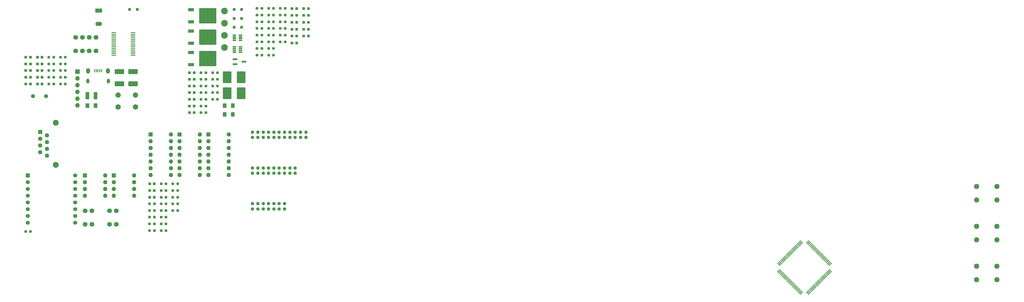
<source format=gbr>
%TF.GenerationSoftware,KiCad,Pcbnew,7.0.1*%
%TF.CreationDate,2023-09-18T22:16:33+09:00*%
%TF.ProjectId,LaunchController,4c61756e-6368-4436-9f6e-74726f6c6c65,rev?*%
%TF.SameCoordinates,Original*%
%TF.FileFunction,Copper,L1,Top*%
%TF.FilePolarity,Positive*%
%FSLAX46Y46*%
G04 Gerber Fmt 4.6, Leading zero omitted, Abs format (unit mm)*
G04 Created by KiCad (PCBNEW 7.0.1) date 2023-09-18 22:16:33*
%MOMM*%
%LPD*%
G01*
G04 APERTURE LIST*
G04 Aperture macros list*
%AMRoundRect*
0 Rectangle with rounded corners*
0 $1 Rounding radius*
0 $2 $3 $4 $5 $6 $7 $8 $9 X,Y pos of 4 corners*
0 Add a 4 corners polygon primitive as box body*
4,1,4,$2,$3,$4,$5,$6,$7,$8,$9,$2,$3,0*
0 Add four circle primitives for the rounded corners*
1,1,$1+$1,$2,$3*
1,1,$1+$1,$4,$5*
1,1,$1+$1,$6,$7*
1,1,$1+$1,$8,$9*
0 Add four rect primitives between the rounded corners*
20,1,$1+$1,$2,$3,$4,$5,0*
20,1,$1+$1,$4,$5,$6,$7,0*
20,1,$1+$1,$6,$7,$8,$9,0*
20,1,$1+$1,$8,$9,$2,$3,0*%
G04 Aperture macros list end*
%TA.AperFunction,SMDPad,CuDef*%
%ADD10RoundRect,0.237500X-0.300000X-0.237500X0.300000X-0.237500X0.300000X0.237500X-0.300000X0.237500X0*%
%TD*%
%TA.AperFunction,SMDPad,CuDef*%
%ADD11RoundRect,0.237500X-0.250000X-0.237500X0.250000X-0.237500X0.250000X0.237500X-0.250000X0.237500X0*%
%TD*%
%TA.AperFunction,ComponentPad*%
%ADD12C,2.500000*%
%TD*%
%TA.AperFunction,SMDPad,CuDef*%
%ADD13R,1.800000X0.800000*%
%TD*%
%TA.AperFunction,SMDPad,CuDef*%
%ADD14RoundRect,0.250000X-0.300000X-0.300000X0.300000X-0.300000X0.300000X0.300000X-0.300000X0.300000X0*%
%TD*%
%TA.AperFunction,ComponentPad*%
%ADD15R,1.600000X1.600000*%
%TD*%
%TA.AperFunction,ComponentPad*%
%ADD16O,1.600000X1.600000*%
%TD*%
%TA.AperFunction,ComponentPad*%
%ADD17C,1.800000*%
%TD*%
%TA.AperFunction,SMDPad,CuDef*%
%ADD18RoundRect,0.250001X-0.462499X-1.074999X0.462499X-1.074999X0.462499X1.074999X-0.462499X1.074999X0*%
%TD*%
%TA.AperFunction,SMDPad,CuDef*%
%ADD19RoundRect,0.237500X-0.287500X-0.237500X0.287500X-0.237500X0.287500X0.237500X-0.287500X0.237500X0*%
%TD*%
%TA.AperFunction,ComponentPad*%
%ADD20C,1.950000*%
%TD*%
%TA.AperFunction,ComponentPad*%
%ADD21C,1.500000*%
%TD*%
%TA.AperFunction,ComponentPad*%
%ADD22R,2.500000X1.500000*%
%TD*%
%TA.AperFunction,ComponentPad*%
%ADD23O,2.500000X1.500000*%
%TD*%
%TA.AperFunction,ComponentPad*%
%ADD24C,1.300000*%
%TD*%
%TA.AperFunction,SMDPad,CuDef*%
%ADD25RoundRect,0.250000X-1.500000X-0.650000X1.500000X-0.650000X1.500000X0.650000X-1.500000X0.650000X0*%
%TD*%
%TA.AperFunction,SMDPad,CuDef*%
%ADD26RoundRect,0.250000X-0.400000X-0.625000X0.400000X-0.625000X0.400000X0.625000X-0.400000X0.625000X0*%
%TD*%
%TA.AperFunction,SMDPad,CuDef*%
%ADD27RoundRect,0.125000X-0.537500X-0.125000X0.537500X-0.125000X0.537500X0.125000X-0.537500X0.125000X0*%
%TD*%
%TA.AperFunction,SMDPad,CuDef*%
%ADD28RoundRect,0.250000X-0.850000X-0.350000X0.850000X-0.350000X0.850000X0.350000X-0.850000X0.350000X0*%
%TD*%
%TA.AperFunction,SMDPad,CuDef*%
%ADD29RoundRect,0.250000X-1.275000X-1.125000X1.275000X-1.125000X1.275000X1.125000X-1.275000X1.125000X0*%
%TD*%
%TA.AperFunction,SMDPad,CuDef*%
%ADD30RoundRect,0.249997X-2.950003X-2.650003X2.950003X-2.650003X2.950003X2.650003X-2.950003X2.650003X0*%
%TD*%
%TA.AperFunction,SMDPad,CuDef*%
%ADD31RoundRect,0.250000X-1.350000X-1.975000X1.350000X-1.975000X1.350000X1.975000X-1.350000X1.975000X0*%
%TD*%
%TA.AperFunction,SMDPad,CuDef*%
%ADD32RoundRect,0.075000X0.415425X0.521491X-0.521491X-0.415425X-0.415425X-0.521491X0.521491X0.415425X0*%
%TD*%
%TA.AperFunction,SMDPad,CuDef*%
%ADD33RoundRect,0.075000X-0.415425X0.521491X-0.521491X0.415425X0.415425X-0.521491X0.521491X-0.415425X0*%
%TD*%
%TA.AperFunction,ComponentPad*%
%ADD34RoundRect,0.248000X0.552000X-0.552000X0.552000X0.552000X-0.552000X0.552000X-0.552000X-0.552000X0*%
%TD*%
%TA.AperFunction,ComponentPad*%
%ADD35C,1.600000*%
%TD*%
%TA.AperFunction,ComponentPad*%
%ADD36C,2.200000*%
%TD*%
%TA.AperFunction,SMDPad,CuDef*%
%ADD37R,0.450000X1.300000*%
%TD*%
%TA.AperFunction,ComponentPad*%
%ADD38O,1.150000X1.800000*%
%TD*%
%TA.AperFunction,ComponentPad*%
%ADD39O,1.450000X2.000000*%
%TD*%
%TA.AperFunction,SMDPad,CuDef*%
%ADD40RoundRect,0.250001X-0.462499X-0.624999X0.462499X-0.624999X0.462499X0.624999X-0.462499X0.624999X0*%
%TD*%
%TA.AperFunction,ComponentPad*%
%ADD41R,1.530000X1.530000*%
%TD*%
%TA.AperFunction,ComponentPad*%
%ADD42C,1.530000*%
%TD*%
%TA.AperFunction,SMDPad,CuDef*%
%ADD43R,1.750000X0.450000*%
%TD*%
%TA.AperFunction,ComponentPad*%
%ADD44C,2.000000*%
%TD*%
%TA.AperFunction,ComponentPad*%
%ADD45R,1.700000X1.700000*%
%TD*%
%TA.AperFunction,ComponentPad*%
%ADD46O,1.700000X1.700000*%
%TD*%
G04 APERTURE END LIST*
D10*
%TO.P,C9,1*%
%TO.N,GND*%
X-212652500Y24050000D03*
%TO.P,C9,2*%
%TO.N,Net-(U2-XTAL1)*%
X-210927500Y24050000D03*
%TD*%
D11*
%TO.P,R7,1*%
%TO.N,LED_5V*%
X-204002500Y26560000D03*
%TO.P,R7,2*%
%TO.N,I2C_SDA*%
X-202177500Y26560000D03*
%TD*%
D12*
%TO.P,TP2,1,1*%
%TO.N,LED_12V*%
X-142500000Y41850000D03*
%TD*%
D13*
%TO.P,Q3,1,B*%
%TO.N,Net-(Q3-B)*%
X-138550000Y28350000D03*
%TO.P,Q3,2,E*%
%TO.N,GND*%
X-138550000Y26450000D03*
%TO.P,Q3,3,C*%
%TO.N,SW_RUN*%
X-135250000Y27400000D03*
%TD*%
D11*
%TO.P,R42,1*%
%TO.N,LED_CAUTION*%
X-125962500Y29850000D03*
%TO.P,R42,2*%
%TO.N,Net-(D16-A)*%
X-124137500Y29850000D03*
%TD*%
D10*
%TO.P,C10,1*%
%TO.N,GND*%
X-212652500Y21540000D03*
%TO.P,C10,2*%
%TO.N,Net-(U2-XTAL2)*%
X-210927500Y21540000D03*
%TD*%
D11*
%TO.P,R58,1*%
%TO.N,SW_IGNITOR*%
X-166262500Y-28570000D03*
%TO.P,R58,2*%
%TO.N,Net-(R58-Pad2)*%
X-164437500Y-28570000D03*
%TD*%
%TO.P,R36,1*%
%TO.N,LED_TASK*%
X-125962500Y44910000D03*
%TO.P,R36,2*%
%TO.N,Net-(D11-A)*%
X-124137500Y44910000D03*
%TD*%
D14*
%TO.P,D6,1,K*%
%TO.N,GND*%
X-138855000Y40300000D03*
%TO.P,D6,2,A*%
%TO.N,Net-(D6-A)*%
X-136055000Y40300000D03*
%TD*%
D15*
%TO.P,U8,1,RO*%
%TO.N,UART1_RX*%
X-183970000Y-15380000D03*
D16*
%TO.P,U8,2,~{RE}*%
%TO.N,CTL_RS485_DERE*%
X-183970000Y-17920000D03*
%TO.P,U8,3,DE*%
X-183970000Y-20460000D03*
%TO.P,U8,4,DI*%
%TO.N,UART1_TX*%
X-183970000Y-23000000D03*
%TO.P,U8,5,GND*%
%TO.N,GND*%
X-176350000Y-23000000D03*
%TO.P,U8,6,A*%
%TO.N,Net-(U8-A)*%
X-176350000Y-20460000D03*
%TO.P,U8,7,B*%
%TO.N,Net-(U8-B)*%
X-176350000Y-17920000D03*
%TO.P,U8,8,VCC*%
%TO.N,LED_5V*%
X-176350000Y-15380000D03*
%TD*%
D11*
%TO.P,R3,1*%
%TO.N,Net-(U1-USBD-)*%
X-208352500Y24050000D03*
%TO.P,R3,2*%
%TO.N,USB_D-*%
X-206527500Y24050000D03*
%TD*%
D12*
%TO.P,TP3,1,1*%
%TO.N,LED_5V*%
X-142500000Y37300000D03*
%TD*%
D17*
%TO.P,J12,1,Pin_1*%
%TO.N,Net-(J12-Pin_1)*%
X-183040000Y-28630000D03*
X-183040000Y-33710000D03*
%TO.P,J12,2,Pin_2*%
%TO.N,Net-(J12-Pin_2)*%
X-185580000Y-28630000D03*
X-185580000Y-33710000D03*
%TD*%
D18*
%TO.P,L1,1,1*%
%TO.N,Net-(U2-AVCC)*%
X-193877500Y14600000D03*
%TO.P,L1,2,2*%
%TO.N,LED_5V*%
X-190902500Y14600000D03*
%TD*%
D11*
%TO.P,R23,1*%
%TO.N,GND*%
X-146962500Y20760000D03*
%TO.P,R23,2*%
%TO.N,VREF_VSW*%
X-145137500Y20760000D03*
%TD*%
D19*
%TO.P,D11,1,K*%
%TO.N,GND*%
X-117180000Y37020000D03*
%TO.P,D11,2,A*%
%TO.N,Net-(D11-A)*%
X-115430000Y37020000D03*
%TD*%
D11*
%TO.P,R53,1*%
%TO.N,SW_SAFETY*%
X-170612500Y-36100000D03*
%TO.P,R53,2*%
%TO.N,Net-(R53-Pad2)*%
X-168787500Y-36100000D03*
%TD*%
%TO.P,R5,1*%
%TO.N,Net-(U2-XTAL1)*%
X-208352500Y19030000D03*
%TO.P,R5,2*%
%TO.N,Net-(U2-XTAL2)*%
X-206527500Y19030000D03*
%TD*%
%TO.P,R62,1*%
%TO.N,SW_CLOSE*%
X-161912500Y-18530000D03*
%TO.P,R62,2*%
%TO.N,Net-(R62-Pad2)*%
X-160087500Y-18530000D03*
%TD*%
D19*
%TO.P,D17,1,K*%
%TO.N,GND*%
X-112785000Y37020000D03*
%TO.P,D17,2,A*%
%TO.N,Net-(D17-A)*%
X-111035000Y37020000D03*
%TD*%
D11*
%TO.P,R28,1*%
%TO.N,LED_INPUT*%
X-130312500Y44910000D03*
%TO.P,R28,2*%
%TO.N,Net-(D7-A)*%
X-128487500Y44910000D03*
%TD*%
D20*
%TO.P,J5,1,Pin_1*%
%TO.N,GND*%
X139530000Y-39600000D03*
X147150000Y-39600000D03*
%TO.P,J5,2,Pin_2*%
%TO.N,TO_CONVERTER*%
X139530000Y-34520000D03*
X147150000Y-34520000D03*
%TD*%
D11*
%TO.P,TH1,1*%
%TO.N,LED_5V*%
X-146962500Y13230000D03*
%TO.P,TH1,2*%
%TO.N,VREF_THERMISTOR*%
X-145137500Y13230000D03*
%TD*%
D10*
%TO.P,C12,1*%
%TO.N,LED_INPUT*%
X-155612500Y23270000D03*
%TO.P,C12,2*%
%TO.N,Net-(Q1-G)*%
X-153887500Y23270000D03*
%TD*%
D21*
%TO.P,Y1,1,1*%
%TO.N,Net-(U2-XTAL2)*%
X-214290000Y14450000D03*
%TO.P,Y1,2,2*%
%TO.N,Net-(U2-XTAL1)*%
X-209410000Y14450000D03*
%TD*%
D10*
%TO.P,C3,1*%
%TO.N,LED_5V*%
X-217002500Y24050000D03*
%TO.P,C3,2*%
%TO.N,GND*%
X-215277500Y24050000D03*
%TD*%
D11*
%TO.P,R45,1*%
%TO.N,CONN_LED_USB_TX*%
X-121612500Y42400000D03*
%TO.P,R45,2*%
%TO.N,LED_USB_TX*%
X-119787500Y42400000D03*
%TD*%
D19*
%TO.P,D7,1,K*%
%TO.N,GND*%
X-117180000Y47380000D03*
%TO.P,D7,2,A*%
%TO.N,Net-(D7-A)*%
X-115430000Y47380000D03*
%TD*%
D22*
%TO.P,C4,1*%
%TO.N,LED_5V*%
X-189690000Y46615000D03*
D23*
%TO.P,C4,2*%
%TO.N,GND*%
X-189690000Y41615000D03*
%TD*%
D11*
%TO.P,R33,1*%
%TO.N,LED_COM*%
X-130312500Y32360000D03*
%TO.P,R33,2*%
%TO.N,CONN_LED_COM*%
X-128487500Y32360000D03*
%TD*%
%TO.P,R19,1*%
%TO.N,VREF_VSW*%
X-151312500Y13230000D03*
%TO.P,R19,2*%
%TO.N,+VSW*%
X-149487500Y13230000D03*
%TD*%
D19*
%TO.P,D8,1,K*%
%TO.N,GND*%
X-117180000Y44790000D03*
%TO.P,D8,2,A*%
%TO.N,Net-(D8-A)*%
X-115430000Y44790000D03*
%TD*%
D17*
%TO.P,J10,1,Pin_1*%
%TO.N,GND*%
X-192230000Y-28630000D03*
X-192230000Y-33710000D03*
%TO.P,J10,2,Pin_2*%
%TO.N,Net-(J10-Pin_2)*%
X-194770000Y-28630000D03*
X-194770000Y-33710000D03*
%TD*%
D11*
%TO.P,R40,1*%
%TO.N,LED_RS485_RX*%
X-125962500Y34870000D03*
%TO.P,R40,2*%
%TO.N,Net-(D15-A)*%
X-124137500Y34870000D03*
%TD*%
%TO.P,R9,1*%
%TO.N,Net-(U2-PE0)*%
X-204002500Y21540000D03*
%TO.P,R9,2*%
%TO.N,UART0_RX*%
X-202177500Y21540000D03*
%TD*%
%TO.P,R1,1*%
%TO.N,LED_5V*%
X-208352500Y29070000D03*
%TO.P,R1,2*%
%TO.N,SW_RESET*%
X-206527500Y29070000D03*
%TD*%
%TO.P,R49,1*%
%TO.N,SW_RUN*%
X-170612500Y-26060000D03*
%TO.P,R49,2*%
%TO.N,Net-(R49-Pad2)*%
X-168787500Y-26060000D03*
%TD*%
%TO.P,R10,1*%
%TO.N,UART0_TX*%
X-204002500Y19030000D03*
%TO.P,R10,2*%
%TO.N,Net-(U2-PE1)*%
X-202177500Y19030000D03*
%TD*%
%TO.P,R32,1*%
%TO.N,LED_5V*%
X-130312500Y34870000D03*
%TO.P,R32,2*%
%TO.N,Net-(D9-A)*%
X-128487500Y34870000D03*
%TD*%
%TO.P,R39,1*%
%TO.N,LED_RS485_RX*%
X-125962500Y37380000D03*
%TO.P,R39,2*%
%TO.N,CONN_LED_RS485_RX*%
X-124137500Y37380000D03*
%TD*%
D24*
%TO.P,J8,1,Pin_1*%
%TO.N,GND*%
X-132000000Y900000D03*
%TO.P,J8,2,Pin_2*%
%TO.N,LED_FB_PURGE*%
X-132000000Y-1100000D03*
%TO.P,J8,3,Pin_3*%
%TO.N,LED_FB_CLOSE*%
X-130000000Y900000D03*
%TO.P,J8,4,Pin_4*%
%TO.N,LED_FB_OPEN*%
X-130000000Y-1100000D03*
%TO.P,J8,5,Pin_5*%
%TO.N,LED_FB_IGNITOR*%
X-128000000Y900000D03*
%TO.P,J8,6,Pin_6*%
%TO.N,LED_FB_O2*%
X-128000000Y-1100000D03*
%TO.P,J8,7,Pin_7*%
%TO.N,LED_FB_DUMP*%
X-126000000Y900000D03*
%TO.P,J8,8,Pin_8*%
%TO.N,LED_FB_FILL*%
X-126000000Y-1100000D03*
%TO.P,J8,9,Pin_9*%
%TO.N,LED_FB_SHIFT*%
X-124000000Y900000D03*
%TO.P,J8,10,Pin_10*%
%TO.N,LED_PURGE*%
X-124000000Y-1100000D03*
%TO.P,J8,11,Pin_11*%
%TO.N,LED_CLOSE*%
X-122000000Y900000D03*
%TO.P,J8,12,Pin_12*%
%TO.N,LED_OPEN*%
X-122000000Y-1100000D03*
%TO.P,J8,13,Pin_13*%
%TO.N,LED_IGNITOR*%
X-120000000Y900000D03*
%TO.P,J8,14,Pin_14*%
%TO.N,LED_O2*%
X-120000000Y-1100000D03*
%TO.P,J8,15,Pin_15*%
%TO.N,LED_DUMP*%
X-118000000Y900000D03*
%TO.P,J8,16,Pin_16*%
%TO.N,LED_FILL*%
X-118000000Y-1100000D03*
%TO.P,J8,17,Pin_17*%
%TO.N,LED_SHIFT*%
X-116000000Y900000D03*
%TO.P,J8,18,Pin_18*%
%TO.N,LED_EMERGENCY*%
X-116000000Y-1100000D03*
%TO.P,J8,19,Pin_19*%
%TO.N,LED_SEQUENCE*%
X-114000000Y900000D03*
%TO.P,J8,20,Pin_20*%
%TO.N,LED_SAFTEY*%
X-114000000Y-1100000D03*
%TO.P,J8,21,Pin_21*%
%TO.N,LED_POWER*%
X-112000000Y900000D03*
%TO.P,J8,22,Pin_22*%
%TO.N,LED_5V*%
X-112000000Y-1100000D03*
%TD*%
D11*
%TO.P,R65,1*%
%TO.N,SW_RESET*%
X-161912500Y-26060000D03*
%TO.P,R65,2*%
%TO.N,Net-(R65-Pad2)*%
X-160087500Y-26060000D03*
%TD*%
%TO.P,R2,1*%
%TO.N,USB_D+*%
X-208352500Y26560000D03*
%TO.P,R2,2*%
%TO.N,Net-(U1-USBD+)*%
X-206527500Y26560000D03*
%TD*%
D19*
%TO.P,D13,1,K*%
%TO.N,Net-(D13-K)*%
X-112785000Y47380000D03*
%TO.P,D13,2,A*%
%TO.N,LED_5V*%
X-111035000Y47380000D03*
%TD*%
D10*
%TO.P,C21,1*%
%TO.N,GND*%
X-170562500Y-23550000D03*
%TO.P,C21,2*%
%TO.N,LED_5V*%
X-168837500Y-23550000D03*
%TD*%
D15*
%TO.P,U9,1*%
%TO.N,Net-(R49-Pad2)*%
X-170250000Y50000D03*
D16*
%TO.P,U9,2*%
%TO.N,CTL_RUN*%
X-170250000Y-2490000D03*
%TO.P,U9,3*%
%TO.N,Net-(R51-Pad2)*%
X-170250000Y-5030000D03*
%TO.P,U9,4*%
%TO.N,CTL_KILL*%
X-170250000Y-7570000D03*
%TO.P,U9,5*%
%TO.N,Net-(R53-Pad2)*%
X-170250000Y-10110000D03*
%TO.P,U9,6*%
%TO.N,CTL_SAFETY*%
X-170250000Y-12650000D03*
%TO.P,U9,7,GND*%
%TO.N,GND*%
X-170250000Y-15190000D03*
%TO.P,U9,8*%
%TO.N,CTL_SEQUENCE_START*%
X-162630000Y-15190000D03*
%TO.P,U9,9*%
%TO.N,Net-(R55-Pad2)*%
X-162630000Y-12650000D03*
%TO.P,U9,10*%
%TO.N,CTL_EMERGENCY_STOP*%
X-162630000Y-10110000D03*
%TO.P,U9,11*%
%TO.N,Net-(R57-Pad2)*%
X-162630000Y-7570000D03*
%TO.P,U9,12*%
%TO.N,CTL_CONFIRM_1*%
X-162630000Y-5030000D03*
%TO.P,U9,13*%
%TO.N,Net-(R59-Pad2)*%
X-162630000Y-2490000D03*
%TO.P,U9,14,VCC*%
%TO.N,LED_5V*%
X-162630000Y50000D03*
%TD*%
D25*
%TO.P,D2,1,A1*%
%TO.N,GND*%
X-181855000Y23670000D03*
%TO.P,D2,2,A2*%
%TO.N,USB_D+*%
X-176855000Y23670000D03*
%TD*%
D15*
%TO.P,U11,1*%
%TO.N,Net-(R56-Pad2)*%
X-148550000Y50000D03*
D16*
%TO.P,U11,2*%
%TO.N,CTL_O2*%
X-148550000Y-2490000D03*
%TO.P,U11,3*%
%TO.N,Net-(R58-Pad2)*%
X-148550000Y-5030000D03*
%TO.P,U11,4*%
%TO.N,CTL_IGNITOR*%
X-148550000Y-7570000D03*
%TO.P,U11,5*%
%TO.N,Net-(R60-Pad2)*%
X-148550000Y-10110000D03*
%TO.P,U11,6*%
%TO.N,CTL_OPEN*%
X-148550000Y-12650000D03*
%TO.P,U11,7,GND*%
%TO.N,GND*%
X-148550000Y-15190000D03*
%TO.P,U11,8*%
%TO.N,CTL_CLOSE*%
X-140930000Y-15190000D03*
%TO.P,U11,9*%
%TO.N,Net-(R62-Pad2)*%
X-140930000Y-12650000D03*
%TO.P,U11,10*%
%TO.N,CTL_PURGE*%
X-140930000Y-10110000D03*
%TO.P,U11,11*%
%TO.N,Net-(R64-Pad2)*%
X-140930000Y-7570000D03*
%TO.P,U11,12*%
%TO.N,unconnected-(U11-Pad12)*%
X-140930000Y-5030000D03*
%TO.P,U11,13*%
%TO.N,Net-(R66-Pad2)*%
X-140930000Y-2490000D03*
%TO.P,U11,14,VCC*%
%TO.N,LED_5V*%
X-140930000Y50000D03*
%TD*%
D15*
%TO.P,U10,1*%
%TO.N,Net-(R61-Pad2)*%
X-159400000Y50000D03*
D16*
%TO.P,U10,2*%
%TO.N,CTL_CONFIRM_2*%
X-159400000Y-2490000D03*
%TO.P,U10,3*%
%TO.N,Net-(R63-Pad2)*%
X-159400000Y-5030000D03*
%TO.P,U10,4*%
%TO.N,CTL_CONFIRM_3*%
X-159400000Y-7570000D03*
%TO.P,U10,5*%
%TO.N,Net-(R65-Pad2)*%
X-159400000Y-10110000D03*
%TO.P,U10,6*%
%TO.N,CTL_RESET*%
X-159400000Y-12650000D03*
%TO.P,U10,7,GND*%
%TO.N,GND*%
X-159400000Y-15190000D03*
%TO.P,U10,8*%
%TO.N,CTL_SHIFT*%
X-151780000Y-15190000D03*
%TO.P,U10,9*%
%TO.N,Net-(R50-Pad2)*%
X-151780000Y-12650000D03*
%TO.P,U10,10*%
%TO.N,CTL_FILL*%
X-151780000Y-10110000D03*
%TO.P,U10,11*%
%TO.N,Net-(R52-Pad2)*%
X-151780000Y-7570000D03*
%TO.P,U10,12*%
%TO.N,CTL_DUMP*%
X-151780000Y-5030000D03*
%TO.P,U10,13*%
%TO.N,Net-(R54-Pad2)*%
X-151780000Y-2490000D03*
%TO.P,U10,14,VCC*%
%TO.N,LED_5V*%
X-151780000Y50000D03*
%TD*%
D11*
%TO.P,R14,1*%
%TO.N,CTL_POWER*%
X-151312500Y23270000D03*
%TO.P,R14,2*%
%TO.N,Net-(Q3-B)*%
X-149487500Y23270000D03*
%TD*%
%TO.P,R34,1*%
%TO.N,LED_COM*%
X-130312500Y29850000D03*
%TO.P,R34,2*%
%TO.N,Net-(D10-A)*%
X-128487500Y29850000D03*
%TD*%
%TO.P,R54,1*%
%TO.N,SW_DUMP*%
X-166262500Y-18530000D03*
%TO.P,R54,2*%
%TO.N,Net-(R54-Pad2)*%
X-164437500Y-18530000D03*
%TD*%
%TO.P,R51,1*%
%TO.N,SW_KILL*%
X-170612500Y-31080000D03*
%TO.P,R51,2*%
%TO.N,Net-(R51-Pad2)*%
X-168787500Y-31080000D03*
%TD*%
%TO.P,R59,1*%
%TO.N,SW_CONFIRM_1*%
X-166262500Y-31080000D03*
%TO.P,R59,2*%
%TO.N,Net-(R59-Pad2)*%
X-164437500Y-31080000D03*
%TD*%
D10*
%TO.P,C8,1*%
%TO.N,Net-(U1-DTR)*%
X-212652500Y26560000D03*
%TO.P,C8,2*%
%TO.N,CTL_RESET*%
X-210927500Y26560000D03*
%TD*%
D11*
%TO.P,R8,1*%
%TO.N,UART2_RX*%
X-204002500Y24050000D03*
%TO.P,R8,2*%
%TO.N,Net-(U2-PH0)*%
X-202177500Y24050000D03*
%TD*%
D25*
%TO.P,D3,1,A1*%
%TO.N,GND*%
X-181855000Y19120000D03*
%TO.P,D3,2,A2*%
%TO.N,USB_D-*%
X-176855000Y19120000D03*
%TD*%
D26*
%TO.P,R11,1*%
%TO.N,LED_INPUT*%
X-142450000Y10860000D03*
%TO.P,R11,2*%
%TO.N,Net-(Q1-G)*%
X-139350000Y10860000D03*
%TD*%
D11*
%TO.P,R50,1*%
%TO.N,SW_SHIFT*%
X-170612500Y-28570000D03*
%TO.P,R50,2*%
%TO.N,Net-(R50-Pad2)*%
X-168787500Y-28570000D03*
%TD*%
%TO.P,R26,1*%
%TO.N,Net-(U8-B)*%
X-217052500Y-36430000D03*
%TO.P,R26,2*%
%TO.N,Net-(U8-A)*%
X-215227500Y-36430000D03*
%TD*%
D10*
%TO.P,C1,1*%
%TO.N,LED_5V*%
X-217002500Y29070000D03*
%TO.P,C1,2*%
%TO.N,GND*%
X-215277500Y29070000D03*
%TD*%
D11*
%TO.P,R17,1*%
%TO.N,Net-(Q3-B)*%
X-151312500Y15740000D03*
%TO.P,R17,2*%
%TO.N,GND*%
X-149487500Y15740000D03*
%TD*%
%TO.P,R41,1*%
%TO.N,LED_CAUTION*%
X-125962500Y32360000D03*
%TO.P,R41,2*%
%TO.N,CONN_LED_CAUTION*%
X-124137500Y32360000D03*
%TD*%
%TO.P,R48,1*%
%TO.N,Net-(D13-K)*%
X-121612500Y34870000D03*
%TO.P,R48,2*%
%TO.N,LED_USB_RX*%
X-119787500Y34870000D03*
%TD*%
D27*
%TO.P,U5,1,IN+*%
%TO.N,FROM_CONVERTER*%
X-138787500Y32925000D03*
%TO.P,U5,2,IN-*%
%TO.N,LED_12V*%
X-138787500Y32275000D03*
%TO.P,U5,3,GND*%
%TO.N,GND*%
X-138787500Y31625000D03*
%TO.P,U5,4,VS*%
%TO.N,LED_5V*%
X-138787500Y30975000D03*
%TO.P,U5,5,SCL*%
%TO.N,I2C_SCL*%
X-136512500Y30975000D03*
%TO.P,U5,6,SDA*%
%TO.N,I2C_SDA*%
X-136512500Y31625000D03*
%TO.P,U5,7,A0*%
%TO.N,LED_5V*%
X-136512500Y32275000D03*
%TO.P,U5,8,A1*%
%TO.N,Net-(U5-A1)*%
X-136512500Y32925000D03*
%TD*%
D11*
%TO.P,R4,1*%
%TO.N,Net-(U1-DTR)*%
X-208352500Y21540000D03*
%TO.P,R4,2*%
%TO.N,GND*%
X-206527500Y21540000D03*
%TD*%
%TO.P,R64,1*%
%TO.N,SW_PURGE*%
X-161912500Y-23550000D03*
%TO.P,R64,2*%
%TO.N,Net-(R64-Pad2)*%
X-160087500Y-23550000D03*
%TD*%
D28*
%TO.P,Q1,1,G*%
%TO.N,Net-(Q1-G)*%
X-155050000Y46930000D03*
D29*
%TO.P,Q1,2,D*%
%TO.N,Net-(Q1-D)*%
X-150425000Y46175000D03*
X-150425000Y43125000D03*
D30*
X-148750000Y44650000D03*
D29*
X-147075000Y46175000D03*
X-147075000Y43125000D03*
D28*
%TO.P,Q1,3,S*%
%TO.N,LED_INPUT*%
X-155050000Y42370000D03*
%TD*%
D11*
%TO.P,R15,1*%
%TO.N,Net-(U4-A0)*%
X-151312500Y20760000D03*
%TO.P,R15,2*%
%TO.N,GND*%
X-149487500Y20760000D03*
%TD*%
%TO.P,R16,1*%
%TO.N,GND*%
X-151312500Y18250000D03*
%TO.P,R16,2*%
%TO.N,Net-(U4-A1)*%
X-149487500Y18250000D03*
%TD*%
D10*
%TO.P,C7,1*%
%TO.N,Net-(U2-AVCC)*%
X-212652500Y29070000D03*
%TO.P,C7,2*%
%TO.N,GND*%
X-210927500Y29070000D03*
%TD*%
D15*
%TO.P,U7,1,A0*%
%TO.N,GND*%
X-194820000Y-15380000D03*
D16*
%TO.P,U7,2,A1*%
X-194820000Y-17920000D03*
%TO.P,U7,3,A2*%
X-194820000Y-20460000D03*
%TO.P,U7,4,GND*%
X-194820000Y-23000000D03*
%TO.P,U7,5,SDA*%
%TO.N,I2C_SDA*%
X-187200000Y-23000000D03*
%TO.P,U7,6,SCL*%
%TO.N,I2C_SCL*%
X-187200000Y-20460000D03*
%TO.P,U7,7,WP*%
%TO.N,GND*%
X-187200000Y-17920000D03*
%TO.P,U7,8,VCC*%
%TO.N,LED_5V*%
X-187200000Y-15380000D03*
%TD*%
D10*
%TO.P,C14,1*%
%TO.N,Net-(D6-A)*%
X-155612500Y18250000D03*
%TO.P,C14,2*%
%TO.N,LED_12V*%
X-153887500Y18250000D03*
%TD*%
D17*
%TO.P,J2,1,Pin_1*%
%TO.N,GND*%
X-190670000Y36520000D03*
X-190670000Y31440000D03*
%TO.P,J2,2,Pin_2*%
%TO.N,USB_D+*%
X-193210000Y36520000D03*
X-193210000Y31440000D03*
%TO.P,J2,3,Pin_3*%
%TO.N,USB_D-*%
X-195750000Y36520000D03*
X-195750000Y31440000D03*
%TO.P,J2,4,Pin_4*%
%TO.N,USB_VBUS*%
X-198290000Y36520000D03*
X-198290000Y31440000D03*
%TD*%
D19*
%TO.P,D10,1,K*%
%TO.N,GND*%
X-117180000Y39610000D03*
%TO.P,D10,2,A*%
%TO.N,Net-(D10-A)*%
X-115430000Y39610000D03*
%TD*%
D11*
%TO.P,R6,1*%
%TO.N,LED_5V*%
X-204002500Y29070000D03*
%TO.P,R6,2*%
%TO.N,I2C_SCL*%
X-202177500Y29070000D03*
%TD*%
D14*
%TO.P,D4,1,K*%
%TO.N,LED_12V*%
X-138855000Y47000000D03*
%TO.P,D4,2,A*%
%TO.N,Net-(D4-A)*%
X-136055000Y47000000D03*
%TD*%
D27*
%TO.P,U4,1,IN+*%
%TO.N,+VSW*%
X-138787500Y37375000D03*
%TO.P,U4,2,IN-*%
%TO.N,TO_CONVERTER*%
X-138787500Y36725000D03*
%TO.P,U4,3,GND*%
%TO.N,GND*%
X-138787500Y36075000D03*
%TO.P,U4,4,VS*%
%TO.N,LED_5V*%
X-138787500Y35425000D03*
%TO.P,U4,5,SCL*%
%TO.N,I2C_SCL*%
X-136512500Y35425000D03*
%TO.P,U4,6,SDA*%
%TO.N,I2C_SDA*%
X-136512500Y36075000D03*
%TO.P,U4,7,A0*%
%TO.N,Net-(U4-A0)*%
X-136512500Y36725000D03*
%TO.P,U4,8,A1*%
%TO.N,Net-(U4-A1)*%
X-136512500Y37375000D03*
%TD*%
D11*
%TO.P,R66,1*%
%TO.N,GND*%
X-161912500Y-28570000D03*
%TO.P,R66,2*%
%TO.N,Net-(R66-Pad2)*%
X-160087500Y-28570000D03*
%TD*%
D31*
%TO.P,R18,1*%
%TO.N,LED_12V*%
X-141500000Y15510000D03*
%TO.P,R18,2*%
%TO.N,FROM_CONVERTER*%
X-136300000Y15510000D03*
%TD*%
D11*
%TO.P,R47,1*%
%TO.N,CONN_LED_USB_RX*%
X-121612500Y37380000D03*
%TO.P,R47,2*%
%TO.N,LED_USB_RX*%
X-119787500Y37380000D03*
%TD*%
D32*
%TO.P,U2,1,PG5*%
%TO.N,unconnected-(U2-PG5-Pad1)*%
X84660846Y-48824435D03*
%TO.P,U2,2,PE0*%
%TO.N,Net-(U2-PE0)*%
X84307293Y-48470882D03*
%TO.P,U2,3,PE1*%
%TO.N,Net-(U2-PE1)*%
X83953740Y-48117328D03*
%TO.P,U2,4,PE2*%
%TO.N,unconnected-(U2-PE2-Pad4)*%
X83600186Y-47763775D03*
%TO.P,U2,5,PE3*%
%TO.N,unconnected-(U2-PE3-Pad5)*%
X83246633Y-47410221D03*
%TO.P,U2,6,PE4*%
%TO.N,unconnected-(U2-PE4-Pad6)*%
X82893079Y-47056668D03*
%TO.P,U2,7,PE5*%
%TO.N,unconnected-(U2-PE5-Pad7)*%
X82539526Y-46703115D03*
%TO.P,U2,8,PE6*%
%TO.N,unconnected-(U2-PE6-Pad8)*%
X82185973Y-46349561D03*
%TO.P,U2,9,PE7*%
%TO.N,unconnected-(U2-PE7-Pad9)*%
X81832419Y-45996008D03*
%TO.P,U2,10,VCC*%
%TO.N,LED_5V*%
X81478866Y-45642454D03*
%TO.P,U2,11,GND*%
%TO.N,GND*%
X81125312Y-45288901D03*
%TO.P,U2,12,PH0*%
%TO.N,Net-(U2-PH0)*%
X80771759Y-44935348D03*
%TO.P,U2,13,PH1*%
%TO.N,UART2_TX*%
X80418206Y-44581794D03*
%TO.P,U2,14,PH2*%
%TO.N,unconnected-(U2-PH2-Pad14)*%
X80064652Y-44228241D03*
%TO.P,U2,15,PH3*%
%TO.N,unconnected-(U2-PH3-Pad15)*%
X79711099Y-43874688D03*
%TO.P,U2,16,PH4*%
%TO.N,unconnected-(U2-PH4-Pad16)*%
X79357546Y-43521134D03*
%TO.P,U2,17,PH5*%
%TO.N,unconnected-(U2-PH5-Pad17)*%
X79003992Y-43167581D03*
%TO.P,U2,18,PH6*%
%TO.N,unconnected-(U2-PH6-Pad18)*%
X78650439Y-42814027D03*
%TO.P,U2,19,PB0*%
%TO.N,unconnected-(U2-PB0-Pad19)*%
X78296885Y-42460474D03*
%TO.P,U2,20,PB1*%
%TO.N,SPI_SCK*%
X77943332Y-42106921D03*
%TO.P,U2,21,PB2*%
%TO.N,SPI_MOSI*%
X77589779Y-41753367D03*
%TO.P,U2,22,PB3*%
%TO.N,SPI_MISO*%
X77236225Y-41399814D03*
%TO.P,U2,23,PB4*%
%TO.N,unconnected-(U2-PB4-Pad23)*%
X76882672Y-41046260D03*
%TO.P,U2,24,PB5*%
%TO.N,unconnected-(U2-PB5-Pad24)*%
X76529118Y-40692707D03*
%TO.P,U2,25,PB6*%
%TO.N,unconnected-(U2-PB6-Pad25)*%
X76175565Y-40339154D03*
D33*
%TO.P,U2,26,PB7*%
%TO.N,unconnected-(U2-PB7-Pad26)*%
X73824435Y-40339154D03*
%TO.P,U2,27,PH7*%
%TO.N,unconnected-(U2-PH7-Pad27)*%
X73470882Y-40692707D03*
%TO.P,U2,28,PG3*%
%TO.N,unconnected-(U2-PG3-Pad28)*%
X73117328Y-41046260D03*
%TO.P,U2,29,PG4*%
%TO.N,unconnected-(U2-PG4-Pad29)*%
X72763775Y-41399814D03*
%TO.P,U2,30,~{RESET}*%
%TO.N,SW_RESET*%
X72410221Y-41753367D03*
%TO.P,U2,31,VCC*%
%TO.N,LED_5V*%
X72056668Y-42106921D03*
%TO.P,U2,32,GND*%
%TO.N,GND*%
X71703115Y-42460474D03*
%TO.P,U2,33,XTAL2*%
%TO.N,Net-(U2-XTAL2)*%
X71349561Y-42814027D03*
%TO.P,U2,34,XTAL1*%
%TO.N,Net-(U2-XTAL1)*%
X70996008Y-43167581D03*
%TO.P,U2,35,PL0*%
%TO.N,unconnected-(U2-PL0-Pad35)*%
X70642454Y-43521134D03*
%TO.P,U2,36,PL1*%
%TO.N,unconnected-(U2-PL1-Pad36)*%
X70288901Y-43874688D03*
%TO.P,U2,37,PL2*%
%TO.N,unconnected-(U2-PL2-Pad37)*%
X69935348Y-44228241D03*
%TO.P,U2,38,PL3*%
%TO.N,unconnected-(U2-PL3-Pad38)*%
X69581794Y-44581794D03*
%TO.P,U2,39,PL4*%
%TO.N,unconnected-(U2-PL4-Pad39)*%
X69228241Y-44935348D03*
%TO.P,U2,40,PL5*%
%TO.N,unconnected-(U2-PL5-Pad40)*%
X68874688Y-45288901D03*
%TO.P,U2,41,PL6*%
%TO.N,unconnected-(U2-PL6-Pad41)*%
X68521134Y-45642454D03*
%TO.P,U2,42,PL7*%
%TO.N,unconnected-(U2-PL7-Pad42)*%
X68167581Y-45996008D03*
%TO.P,U2,43,PD0*%
%TO.N,I2C_SCL*%
X67814027Y-46349561D03*
%TO.P,U2,44,PD1*%
%TO.N,I2C_SDA*%
X67460474Y-46703115D03*
%TO.P,U2,45,PD2*%
%TO.N,UART1_RX*%
X67106921Y-47056668D03*
%TO.P,U2,46,PD3*%
%TO.N,UART1_TX*%
X66753367Y-47410221D03*
%TO.P,U2,47,PD4*%
%TO.N,unconnected-(U2-PD4-Pad47)*%
X66399814Y-47763775D03*
%TO.P,U2,48,PD5*%
%TO.N,unconnected-(U2-PD5-Pad48)*%
X66046260Y-48117328D03*
%TO.P,U2,49,PD6*%
%TO.N,unconnected-(U2-PD6-Pad49)*%
X65692707Y-48470882D03*
%TO.P,U2,50,PD7*%
%TO.N,unconnected-(U2-PD7-Pad50)*%
X65339154Y-48824435D03*
D32*
%TO.P,U2,51,PG0*%
%TO.N,unconnected-(U2-PG0-Pad51)*%
X65339154Y-51175565D03*
%TO.P,U2,52,PG1*%
%TO.N,unconnected-(U2-PG1-Pad52)*%
X65692707Y-51529118D03*
%TO.P,U2,53,PC0*%
%TO.N,unconnected-(U2-PC0-Pad53)*%
X66046260Y-51882672D03*
%TO.P,U2,54,PC1*%
%TO.N,unconnected-(U2-PC1-Pad54)*%
X66399814Y-52236225D03*
%TO.P,U2,55,PC2*%
%TO.N,unconnected-(U2-PC2-Pad55)*%
X66753367Y-52589779D03*
%TO.P,U2,56,PC3*%
%TO.N,unconnected-(U2-PC3-Pad56)*%
X67106921Y-52943332D03*
%TO.P,U2,57,PC4*%
%TO.N,unconnected-(U2-PC4-Pad57)*%
X67460474Y-53296885D03*
%TO.P,U2,58,PC5*%
%TO.N,unconnected-(U2-PC5-Pad58)*%
X67814027Y-53650439D03*
%TO.P,U2,59,PC6*%
%TO.N,unconnected-(U2-PC6-Pad59)*%
X68167581Y-54003992D03*
%TO.P,U2,60,PC7*%
%TO.N,unconnected-(U2-PC7-Pad60)*%
X68521134Y-54357546D03*
%TO.P,U2,61,VCC*%
%TO.N,LED_5V*%
X68874688Y-54711099D03*
%TO.P,U2,62,GND*%
%TO.N,GND*%
X69228241Y-55064652D03*
%TO.P,U2,63,PJ0*%
%TO.N,unconnected-(U2-PJ0-Pad63)*%
X69581794Y-55418206D03*
%TO.P,U2,64,PJ1*%
%TO.N,unconnected-(U2-PJ1-Pad64)*%
X69935348Y-55771759D03*
%TO.P,U2,65,PJ2*%
%TO.N,unconnected-(U2-PJ2-Pad65)*%
X70288901Y-56125312D03*
%TO.P,U2,66,PJ3*%
%TO.N,unconnected-(U2-PJ3-Pad66)*%
X70642454Y-56478866D03*
%TO.P,U2,67,PJ4*%
%TO.N,unconnected-(U2-PJ4-Pad67)*%
X70996008Y-56832419D03*
%TO.P,U2,68,PJ5*%
%TO.N,unconnected-(U2-PJ5-Pad68)*%
X71349561Y-57185973D03*
%TO.P,U2,69,PJ6*%
%TO.N,unconnected-(U2-PJ6-Pad69)*%
X71703115Y-57539526D03*
%TO.P,U2,70,PG2*%
%TO.N,unconnected-(U2-PG2-Pad70)*%
X72056668Y-57893079D03*
%TO.P,U2,71,PA7*%
%TO.N,unconnected-(U2-PA7-Pad71)*%
X72410221Y-58246633D03*
%TO.P,U2,72,PA6*%
%TO.N,unconnected-(U2-PA6-Pad72)*%
X72763775Y-58600186D03*
%TO.P,U2,73,PA5*%
%TO.N,unconnected-(U2-PA5-Pad73)*%
X73117328Y-58953740D03*
%TO.P,U2,74,PA4*%
%TO.N,unconnected-(U2-PA4-Pad74)*%
X73470882Y-59307293D03*
%TO.P,U2,75,PA3*%
%TO.N,unconnected-(U2-PA3-Pad75)*%
X73824435Y-59660846D03*
D33*
%TO.P,U2,76,PA2*%
%TO.N,unconnected-(U2-PA2-Pad76)*%
X76175565Y-59660846D03*
%TO.P,U2,77,PA1*%
%TO.N,unconnected-(U2-PA1-Pad77)*%
X76529118Y-59307293D03*
%TO.P,U2,78,PA0*%
%TO.N,unconnected-(U2-PA0-Pad78)*%
X76882672Y-58953740D03*
%TO.P,U2,79,PJ7*%
%TO.N,unconnected-(U2-PJ7-Pad79)*%
X77236225Y-58600186D03*
%TO.P,U2,80,VCC*%
%TO.N,LED_5V*%
X77589779Y-58246633D03*
%TO.P,U2,81,GND*%
%TO.N,GND*%
X77943332Y-57893079D03*
%TO.P,U2,82,PK7*%
%TO.N,unconnected-(U2-PK7-Pad82)*%
X78296885Y-57539526D03*
%TO.P,U2,83,PK6*%
%TO.N,unconnected-(U2-PK6-Pad83)*%
X78650439Y-57185973D03*
%TO.P,U2,84,PK5*%
%TO.N,unconnected-(U2-PK5-Pad84)*%
X79003992Y-56832419D03*
%TO.P,U2,85,PK4*%
%TO.N,unconnected-(U2-PK4-Pad85)*%
X79357546Y-56478866D03*
%TO.P,U2,86,PK3*%
%TO.N,unconnected-(U2-PK3-Pad86)*%
X79711099Y-56125312D03*
%TO.P,U2,87,PK2*%
%TO.N,unconnected-(U2-PK2-Pad87)*%
X80064652Y-55771759D03*
%TO.P,U2,88,PK1*%
%TO.N,unconnected-(U2-PK1-Pad88)*%
X80418206Y-55418206D03*
%TO.P,U2,89,PK0*%
%TO.N,unconnected-(U2-PK0-Pad89)*%
X80771759Y-55064652D03*
%TO.P,U2,90,PF7*%
%TO.N,unconnected-(U2-PF7-Pad90)*%
X81125312Y-54711099D03*
%TO.P,U2,91,PF6*%
%TO.N,unconnected-(U2-PF6-Pad91)*%
X81478866Y-54357546D03*
%TO.P,U2,92,PF5*%
%TO.N,unconnected-(U2-PF5-Pad92)*%
X81832419Y-54003992D03*
%TO.P,U2,93,PF4*%
%TO.N,VREF_THERMISTOR*%
X82185973Y-53650439D03*
%TO.P,U2,94,PF3*%
%TO.N,VREF_12V*%
X82539526Y-53296885D03*
%TO.P,U2,95,PF2*%
%TO.N,VREF_VSW*%
X82893079Y-52943332D03*
%TO.P,U2,96,PF1*%
%TO.N,unconnected-(U2-PF1-Pad96)*%
X83246633Y-52589779D03*
%TO.P,U2,97,PF0*%
%TO.N,unconnected-(U2-PF0-Pad97)*%
X83600186Y-52236225D03*
%TO.P,U2,98,AREF*%
%TO.N,Net-(U2-AREF)*%
X83953740Y-51882672D03*
%TO.P,U2,99,GND*%
%TO.N,GND*%
X84307293Y-51529118D03*
%TO.P,U2,100,AVCC*%
%TO.N,Net-(U2-AVCC)*%
X84660846Y-51175565D03*
%TD*%
D10*
%TO.P,C5,1*%
%TO.N,GND*%
X-217002500Y21540000D03*
%TO.P,C5,2*%
%TO.N,LED_5V*%
X-215277500Y21540000D03*
%TD*%
D19*
%TO.P,D9,1,K*%
%TO.N,GND*%
X-117180000Y42200000D03*
%TO.P,D9,2,A*%
%TO.N,Net-(D9-A)*%
X-115430000Y42200000D03*
%TD*%
D24*
%TO.P,J7,1,Pin_1*%
%TO.N,GND*%
X-132000000Y-26000000D03*
%TO.P,J7,2,Pin_2*%
%TO.N,CONN_LED_LOW_VOLTAGE*%
X-132000000Y-28000000D03*
%TO.P,J7,3,Pin_3*%
%TO.N,CONN_LED_CAUTION*%
X-130000000Y-26000000D03*
%TO.P,J7,4,Pin_4*%
%TO.N,CONN_LED_RS485_TX*%
X-130000000Y-28000000D03*
%TO.P,J7,5,Pin_5*%
%TO.N,CONN_LED_RS485_RX*%
X-128000000Y-26000000D03*
%TO.P,J7,6,Pin_6*%
%TO.N,CONN_LED_USB_RX*%
X-128000000Y-28000000D03*
%TO.P,J7,7,Pin_7*%
%TO.N,CONN_LED_USB_TX*%
X-126000000Y-26000000D03*
%TO.P,J7,8,Pin_8*%
%TO.N,CONN_LED_TASK*%
X-126000000Y-28000000D03*
%TO.P,J7,9,Pin_9*%
%TO.N,CONN_LED_COM*%
X-124000000Y-26000000D03*
%TO.P,J7,10,Pin_10*%
%TO.N,CONN_LED_5V*%
X-124000000Y-28000000D03*
%TO.P,J7,11,Pin_11*%
%TO.N,CONN_LED_12V*%
X-122000000Y-26000000D03*
%TO.P,J7,12,Pin_12*%
%TO.N,CONN_LED_INPUT*%
X-122000000Y-28000000D03*
%TO.P,J7,13,Pin_13*%
%TO.N,SW_RESET*%
X-120000000Y-26000000D03*
%TO.P,J7,14,Pin_14*%
%TO.N,LED_5V*%
X-120000000Y-28000000D03*
%TD*%
D34*
%TO.P,J11,1*%
%TO.N,GND*%
X-211600000Y940000D03*
D35*
%TO.P,J11,2*%
X-209060000Y-330000D03*
%TO.P,J11,3*%
X-211600000Y-1600000D03*
%TO.P,J11,4*%
%TO.N,Net-(U8-B)*%
X-209060000Y-2870000D03*
%TO.P,J11,5*%
%TO.N,Net-(U8-A)*%
X-211600000Y-4140000D03*
%TO.P,J11,6*%
%TO.N,GND*%
X-209060000Y-5410000D03*
%TO.P,J11,7*%
X-211600000Y-6680000D03*
%TO.P,J11,8*%
X-209060000Y-7950000D03*
D36*
%TO.P,J11,SH*%
X-205760000Y4395000D03*
X-205760000Y-11405000D03*
%TD*%
D19*
%TO.P,D16,1,K*%
%TO.N,GND*%
X-112785000Y39610000D03*
%TO.P,D16,2,A*%
%TO.N,Net-(D16-A)*%
X-111035000Y39610000D03*
%TD*%
D28*
%TO.P,U3,1,IN*%
%TO.N,LED_12V*%
X-155050000Y30830000D03*
D29*
%TO.P,U3,2,GND*%
%TO.N,Net-(D6-A)*%
X-150425000Y30075000D03*
X-150425000Y27025000D03*
D30*
X-148750000Y28550000D03*
D29*
X-147075000Y30075000D03*
X-147075000Y27025000D03*
D28*
%TO.P,U3,3,OUT*%
%TO.N,Net-(D4-A)*%
X-155050000Y26270000D03*
%TD*%
D11*
%TO.P,R30,1*%
%TO.N,LED_12V*%
X-130312500Y39890000D03*
%TO.P,R30,2*%
%TO.N,Net-(D8-A)*%
X-128487500Y39890000D03*
%TD*%
D20*
%TO.P,J6,1,Pin_1*%
%TO.N,GND*%
X139530000Y-54600000D03*
X147150000Y-54600000D03*
%TO.P,J6,2,Pin_2*%
%TO.N,FROM_CONVERTER*%
X139530000Y-49520000D03*
X147150000Y-49520000D03*
%TD*%
D19*
%TO.P,D12,1,K*%
%TO.N,Net-(D12-K)*%
X-117180000Y34430000D03*
%TO.P,D12,2,A*%
%TO.N,LED_5V*%
X-115430000Y34430000D03*
%TD*%
D11*
%TO.P,R60,1*%
%TO.N,SW_OPEN*%
X-166262500Y-33590000D03*
%TO.P,R60,2*%
%TO.N,Net-(R60-Pad2)*%
X-164437500Y-33590000D03*
%TD*%
D31*
%TO.P,R13,1*%
%TO.N,TO_CONVERTER*%
X-141500000Y21520000D03*
%TO.P,R13,2*%
%TO.N,+VSW*%
X-136300000Y21520000D03*
%TD*%
D19*
%TO.P,D14,1,K*%
%TO.N,GND*%
X-112785000Y44790000D03*
%TO.P,D14,2,A*%
%TO.N,Net-(D14-A)*%
X-111035000Y44790000D03*
%TD*%
D37*
%TO.P,J3,1,VBUS*%
%TO.N,USB_VBUS*%
X-191200000Y23980000D03*
%TO.P,J3,2,D-*%
%TO.N,USB_D-*%
X-190550000Y23980000D03*
%TO.P,J3,3,D+*%
%TO.N,USB_D+*%
X-189900000Y23980000D03*
%TO.P,J3,4,ID*%
%TO.N,unconnected-(J3-ID-Pad4)*%
X-189250000Y23980000D03*
%TO.P,J3,5,GND*%
%TO.N,GND*%
X-188600000Y23980000D03*
D38*
%TO.P,J3,6,Shield*%
X-193775000Y20130000D03*
D39*
X-193625000Y23930000D03*
X-186175000Y23930000D03*
D38*
X-186025000Y20130000D03*
%TD*%
D11*
%TO.P,R29,1*%
%TO.N,LED_12V*%
X-130312500Y42400000D03*
%TO.P,R29,2*%
%TO.N,CONN_LED_12V*%
X-128487500Y42400000D03*
%TD*%
D14*
%TO.P,D1,1,K*%
%TO.N,LED_5V*%
X-178045000Y47000000D03*
%TO.P,D1,2,A*%
%TO.N,SW_RESET*%
X-175245000Y47000000D03*
%TD*%
D11*
%TO.P,R55,1*%
%TO.N,SW_SEQUENCE_START*%
X-166262500Y-21040000D03*
%TO.P,R55,2*%
%TO.N,Net-(R55-Pad2)*%
X-164437500Y-21040000D03*
%TD*%
D10*
%TO.P,C16,1*%
%TO.N,Net-(D6-A)*%
X-155612500Y13230000D03*
%TO.P,C16,2*%
%TO.N,Net-(D4-A)*%
X-153887500Y13230000D03*
%TD*%
D11*
%TO.P,R27,1*%
%TO.N,LED_INPUT*%
X-130312500Y47420000D03*
%TO.P,R27,2*%
%TO.N,CONN_LED_INPUT*%
X-128487500Y47420000D03*
%TD*%
D40*
%TO.P,F1,1*%
%TO.N,USB_VBUS*%
X-193877500Y10850000D03*
%TO.P,F1,2*%
%TO.N,LED_5V*%
X-190902500Y10850000D03*
%TD*%
D11*
%TO.P,R56,1*%
%TO.N,SW_O2*%
X-166262500Y-23550000D03*
%TO.P,R56,2*%
%TO.N,Net-(R56-Pad2)*%
X-164437500Y-23550000D03*
%TD*%
%TO.P,R37,1*%
%TO.N,LED_RS485_TX*%
X-125962500Y42400000D03*
%TO.P,R37,2*%
%TO.N,CONN_LED_RS485_TX*%
X-124137500Y42400000D03*
%TD*%
%TO.P,R38,1*%
%TO.N,LED_RS485_TX*%
X-125962500Y39890000D03*
%TO.P,R38,2*%
%TO.N,Net-(D14-A)*%
X-124137500Y39890000D03*
%TD*%
D41*
%TO.P,U6,1,VCC*%
%TO.N,LED_5V*%
X-216270000Y-15350000D03*
D42*
%TO.P,U6,2,RX*%
%TO.N,UART2_TX*%
X-216270000Y-17890000D03*
%TO.P,U6,3,TX*%
%TO.N,UART2_RX*%
X-216270000Y-20430000D03*
%TO.P,U6,4,DAC_R*%
%TO.N,unconnected-(U6-DAC_R-Pad4)*%
X-216270000Y-22970000D03*
%TO.P,U6,5,DAC_L*%
%TO.N,Net-(J10-Pin_2)*%
X-216270000Y-25510000D03*
%TO.P,U6,6,SPK2*%
%TO.N,Net-(J12-Pin_2)*%
X-216270000Y-28050000D03*
%TO.P,U6,7,GND*%
%TO.N,GND*%
X-216270000Y-30590000D03*
%TO.P,U6,8,SPK1*%
%TO.N,Net-(J12-Pin_1)*%
X-216270000Y-33130000D03*
%TO.P,U6,9,IO1*%
%TO.N,unconnected-(U6-IO1-Pad9)*%
X-198490000Y-15350000D03*
%TO.P,U6,10,GND*%
%TO.N,GND*%
X-198490000Y-17890000D03*
%TO.P,U6,11,IO2*%
%TO.N,unconnected-(U6-IO2-Pad11)*%
X-198490000Y-20430000D03*
%TO.P,U6,12,ADKEY1*%
%TO.N,unconnected-(U6-ADKEY1-Pad12)*%
X-198490000Y-22970000D03*
%TO.P,U6,13,ADKEY2*%
%TO.N,unconnected-(U6-ADKEY2-Pad13)*%
X-198490000Y-25510000D03*
%TO.P,U6,14,USB+*%
%TO.N,unconnected-(U6-USB+-Pad14)*%
X-198490000Y-28050000D03*
%TO.P,U6,15,USB-*%
%TO.N,unconnected-(U6-USB--Pad15)*%
X-198490000Y-30590000D03*
%TO.P,U6,16,BUSY*%
%TO.N,unconnected-(U6-BUSY-Pad16)*%
X-198490000Y-33130000D03*
%TD*%
D11*
%TO.P,R61,1*%
%TO.N,SW_CONFIRM_2*%
X-166262500Y-36100000D03*
%TO.P,R61,2*%
%TO.N,Net-(R61-Pad2)*%
X-164437500Y-36100000D03*
%TD*%
D43*
%TO.P,U1,1,TXD*%
%TO.N,UART0_RX*%
X-184020000Y38295000D03*
%TO.P,U1,2,DTR*%
%TO.N,Net-(U1-DTR)*%
X-184020000Y37645000D03*
%TO.P,U1,3,RTS*%
%TO.N,unconnected-(U1-RTS-Pad3)*%
X-184020000Y36995000D03*
%TO.P,U1,4,VCCIO*%
%TO.N,LED_5V*%
X-184020000Y36345000D03*
%TO.P,U1,5,RXD*%
%TO.N,UART0_TX*%
X-184020000Y35695000D03*
%TO.P,U1,6,RI*%
%TO.N,unconnected-(U1-RI-Pad6)*%
X-184020000Y35045000D03*
%TO.P,U1,7,GND*%
%TO.N,GND*%
X-184020000Y34395000D03*
%TO.P,U1,8*%
%TO.N,N/C*%
X-184020000Y33745000D03*
%TO.P,U1,9,DCR*%
%TO.N,unconnected-(U1-DCR-Pad9)*%
X-184020000Y33095000D03*
%TO.P,U1,10,DCD*%
%TO.N,unconnected-(U1-DCD-Pad10)*%
X-184020000Y32445000D03*
%TO.P,U1,11,CTS*%
%TO.N,unconnected-(U1-CTS-Pad11)*%
X-184020000Y31795000D03*
%TO.P,U1,12,CBUS4*%
%TO.N,unconnected-(U1-CBUS4-Pad12)*%
X-184020000Y31145000D03*
%TO.P,U1,13,CBUS2*%
%TO.N,unconnected-(U1-CBUS2-Pad13)*%
X-184020000Y30495000D03*
%TO.P,U1,14,CBUS3*%
%TO.N,unconnected-(U1-CBUS3-Pad14)*%
X-184020000Y29845000D03*
%TO.P,U1,15,USBD+*%
%TO.N,Net-(U1-USBD+)*%
X-176820000Y29845000D03*
%TO.P,U1,16,USBD-*%
%TO.N,Net-(U1-USBD-)*%
X-176820000Y30495000D03*
%TO.P,U1,17,3V3OUT*%
%TO.N,Net-(U1-3V3OUT)*%
X-176820000Y31145000D03*
%TO.P,U1,18,GND*%
%TO.N,GND*%
X-176820000Y31795000D03*
%TO.P,U1,19,~{RESET}*%
%TO.N,unconnected-(U1-~{RESET}-Pad19)*%
X-176820000Y32445000D03*
%TO.P,U1,20,VCC*%
%TO.N,LED_5V*%
X-176820000Y33095000D03*
%TO.P,U1,21,GND*%
%TO.N,GND*%
X-176820000Y33745000D03*
%TO.P,U1,22,CBUS1*%
%TO.N,LED_USB_RX*%
X-176820000Y34395000D03*
%TO.P,U1,23,CBUS0*%
%TO.N,LED_USB_TX*%
X-176820000Y35045000D03*
%TO.P,U1,24*%
%TO.N,N/C*%
X-176820000Y35695000D03*
%TO.P,U1,25,AGND*%
%TO.N,GND*%
X-176820000Y36345000D03*
%TO.P,U1,26,TEST*%
X-176820000Y36995000D03*
%TO.P,U1,27,OSCI*%
%TO.N,unconnected-(U1-OSCI-Pad27)*%
X-176820000Y37645000D03*
%TO.P,U1,28,OSCO*%
%TO.N,unconnected-(U1-OSCO-Pad28)*%
X-176820000Y38295000D03*
%TD*%
D11*
%TO.P,R21,1*%
%TO.N,LED_5V*%
X-151312500Y8210000D03*
%TO.P,R21,2*%
%TO.N,GND*%
X-149487500Y8210000D03*
%TD*%
%TO.P,R46,1*%
%TO.N,Net-(D12-K)*%
X-121612500Y39890000D03*
%TO.P,R46,2*%
%TO.N,LED_USB_TX*%
X-119787500Y39890000D03*
%TD*%
D10*
%TO.P,C6,1*%
%TO.N,GND*%
X-217002500Y19030000D03*
%TO.P,C6,2*%
%TO.N,Net-(U1-3V3OUT)*%
X-215277500Y19030000D03*
%TD*%
D44*
%TO.P,SW1,1,1*%
%TO.N,GND*%
X-182400000Y14820000D03*
X-175900000Y14820000D03*
%TO.P,SW1,2,2*%
%TO.N,SW_RESET*%
X-182400000Y10320000D03*
X-175900000Y10320000D03*
%TD*%
D10*
%TO.P,C11,1*%
%TO.N,GND*%
X-212652500Y19030000D03*
%TO.P,C11,2*%
%TO.N,Net-(U2-AREF)*%
X-210927500Y19030000D03*
%TD*%
%TO.P,C20,1*%
%TO.N,GND*%
X-170562500Y-21040000D03*
%TO.P,C20,2*%
%TO.N,LED_5V*%
X-168837500Y-21040000D03*
%TD*%
%TO.P,C18,1*%
%TO.N,LED_5V*%
X-155612500Y8210000D03*
%TO.P,C18,2*%
%TO.N,GND*%
X-153887500Y8210000D03*
%TD*%
%TO.P,C2,1*%
%TO.N,LED_5V*%
X-217002500Y26560000D03*
%TO.P,C2,2*%
%TO.N,GND*%
X-215277500Y26560000D03*
%TD*%
D20*
%TO.P,J4,1,Pin_1*%
%TO.N,GND*%
X139530000Y-24600000D03*
X147150000Y-24600000D03*
%TO.P,J4,2,Pin_2*%
%TO.N,LED_INPUT*%
X139530000Y-19520000D03*
X147150000Y-19520000D03*
%TD*%
D45*
%TO.P,J1,1,Pin_1*%
%TO.N,SPI_MISO*%
X-197640000Y23620000D03*
D46*
%TO.P,J1,2,Pin_2*%
%TO.N,LED_5V*%
X-197640000Y21080000D03*
%TO.P,J1,3,Pin_3*%
%TO.N,SPI_SCK*%
X-197640000Y18540000D03*
%TO.P,J1,4,Pin_4*%
%TO.N,SPI_MOSI*%
X-197640000Y16000000D03*
%TO.P,J1,5,Pin_5*%
%TO.N,CTL_RESET*%
X-197640000Y13460000D03*
%TO.P,J1,6,Pin_6*%
%TO.N,GND*%
X-197640000Y10920000D03*
%TD*%
D11*
%TO.P,R43,1*%
%TO.N,LED_LOW_VOLTAGE*%
X-121612500Y47420000D03*
%TO.P,R43,2*%
%TO.N,CONN_LED_LOW_VOLTAGE*%
X-119787500Y47420000D03*
%TD*%
D28*
%TO.P,Q2,1,G*%
%TO.N,Net-(Q1-G)*%
X-155050000Y38880000D03*
D29*
%TO.P,Q2,2,D*%
%TO.N,Net-(Q1-D)*%
X-150425000Y38125000D03*
X-150425000Y35075000D03*
D30*
X-148750000Y36600000D03*
D29*
X-147075000Y38125000D03*
X-147075000Y35075000D03*
D28*
%TO.P,Q2,3,S*%
%TO.N,+VSW*%
X-155050000Y34320000D03*
%TD*%
D12*
%TO.P,TP1,1,1*%
%TO.N,LED_INPUT*%
X-142500000Y46400000D03*
%TD*%
D11*
%TO.P,R57,1*%
%TO.N,SW_EMERGENCY_STOP*%
X-166262500Y-26060000D03*
%TO.P,R57,2*%
%TO.N,Net-(R57-Pad2)*%
X-164437500Y-26060000D03*
%TD*%
%TO.P,R20,1*%
%TO.N,VREF_12V*%
X-151312500Y10720000D03*
%TO.P,R20,2*%
%TO.N,LED_12V*%
X-149487500Y10720000D03*
%TD*%
D26*
%TO.P,R12,1*%
%TO.N,Net-(Q1-G)*%
X-142450000Y7570000D03*
%TO.P,R12,2*%
%TO.N,SW_RUN*%
X-139350000Y7570000D03*
%TD*%
D11*
%TO.P,R35,1*%
%TO.N,LED_TASK*%
X-125962500Y47420000D03*
%TO.P,R35,2*%
%TO.N,CONN_LED_TASK*%
X-124137500Y47420000D03*
%TD*%
D14*
%TO.P,D5,1,K*%
%TO.N,LED_5V*%
X-138855000Y43650000D03*
%TO.P,D5,2,A*%
%TO.N,Net-(D4-A)*%
X-136055000Y43650000D03*
%TD*%
D11*
%TO.P,R52,1*%
%TO.N,SW_FILL*%
X-170612500Y-33590000D03*
%TO.P,R52,2*%
%TO.N,Net-(R52-Pad2)*%
X-168787500Y-33590000D03*
%TD*%
%TO.P,R44,1*%
%TO.N,LED_LOW_VOLTAGE*%
X-121612500Y44910000D03*
%TO.P,R44,2*%
%TO.N,Net-(D17-A)*%
X-119787500Y44910000D03*
%TD*%
%TO.P,R22,1*%
%TO.N,GND*%
X-146962500Y23270000D03*
%TO.P,R22,2*%
%TO.N,Net-(U5-A1)*%
X-145137500Y23270000D03*
%TD*%
%TO.P,R63,1*%
%TO.N,SW_CONFIRM_3*%
X-161912500Y-21040000D03*
%TO.P,R63,2*%
%TO.N,Net-(R63-Pad2)*%
X-160087500Y-21040000D03*
%TD*%
%TO.P,R25,1*%
%TO.N,GND*%
X-146962500Y15740000D03*
%TO.P,R25,2*%
%TO.N,VREF_THERMISTOR*%
X-145137500Y15740000D03*
%TD*%
%TO.P,R31,1*%
%TO.N,LED_5V*%
X-130312500Y37380000D03*
%TO.P,R31,2*%
%TO.N,CONN_LED_5V*%
X-128487500Y37380000D03*
%TD*%
D12*
%TO.P,TP4,1,1*%
%TO.N,GND*%
X-142500000Y32750000D03*
%TD*%
D10*
%TO.P,C15,1*%
%TO.N,Net-(D6-A)*%
X-155612500Y15740000D03*
%TO.P,C15,2*%
%TO.N,LED_12V*%
X-153887500Y15740000D03*
%TD*%
%TO.P,C13,1*%
%TO.N,LED_5V*%
X-155612500Y20760000D03*
%TO.P,C13,2*%
%TO.N,GND*%
X-153887500Y20760000D03*
%TD*%
D19*
%TO.P,D15,1,K*%
%TO.N,GND*%
X-112785000Y42200000D03*
%TO.P,D15,2,A*%
%TO.N,Net-(D15-A)*%
X-111035000Y42200000D03*
%TD*%
D24*
%TO.P,J9,1,Pin_1*%
%TO.N,GND*%
X-132000000Y-12550000D03*
%TO.P,J9,2,Pin_2*%
%TO.N,SW_PURGE*%
X-132000000Y-14550000D03*
%TO.P,J9,3,Pin_3*%
%TO.N,SW_CLOSE*%
X-130000000Y-12550000D03*
%TO.P,J9,4,Pin_4*%
%TO.N,SW_OPEN*%
X-130000000Y-14550000D03*
%TO.P,J9,5,Pin_5*%
%TO.N,SW_IGNITOR*%
X-128000000Y-12550000D03*
%TO.P,J9,6,Pin_6*%
%TO.N,SW_O2*%
X-128000000Y-14550000D03*
%TO.P,J9,7,Pin_7*%
%TO.N,SW_DUMP*%
X-126000000Y-12550000D03*
%TO.P,J9,8,Pin_8*%
%TO.N,SW_FILL*%
X-126000000Y-14550000D03*
%TO.P,J9,9,Pin_9*%
%TO.N,SW_SHIFT*%
X-124000000Y-12550000D03*
%TO.P,J9,10,Pin_10*%
%TO.N,SW_CONFIRM_3*%
X-124000000Y-14550000D03*
%TO.P,J9,11,Pin_11*%
%TO.N,SW_CONFIRM_2*%
X-122000000Y-12550000D03*
%TO.P,J9,12,Pin_12*%
%TO.N,SW_CONFIRM_1*%
X-122000000Y-14550000D03*
%TO.P,J9,13,Pin_13*%
%TO.N,SW_EMERGENCY_STOP*%
X-120000000Y-12550000D03*
%TO.P,J9,14,Pin_14*%
%TO.N,SW_SEQUENCE_START*%
X-120000000Y-14550000D03*
%TO.P,J9,15,Pin_15*%
%TO.N,SW_SAFETY*%
X-118000000Y-12550000D03*
%TO.P,J9,16,Pin_16*%
%TO.N,SW_KILL*%
X-118000000Y-14550000D03*
%TO.P,J9,17,Pin_17*%
%TO.N,SW_RUN*%
X-116000000Y-12550000D03*
%TO.P,J9,18,Pin_18*%
%TO.N,LED_5V*%
X-116000000Y-14550000D03*
%TD*%
D10*
%TO.P,C19,1*%
%TO.N,GND*%
X-170562500Y-18530000D03*
%TO.P,C19,2*%
%TO.N,LED_5V*%
X-168837500Y-18530000D03*
%TD*%
D11*
%TO.P,R24,1*%
%TO.N,GND*%
X-146962500Y18250000D03*
%TO.P,R24,2*%
%TO.N,VREF_12V*%
X-145137500Y18250000D03*
%TD*%
D10*
%TO.P,C17,1*%
%TO.N,Net-(D6-A)*%
X-155612500Y10720000D03*
%TO.P,C17,2*%
%TO.N,Net-(D4-A)*%
X-153887500Y10720000D03*
%TD*%
M02*

</source>
